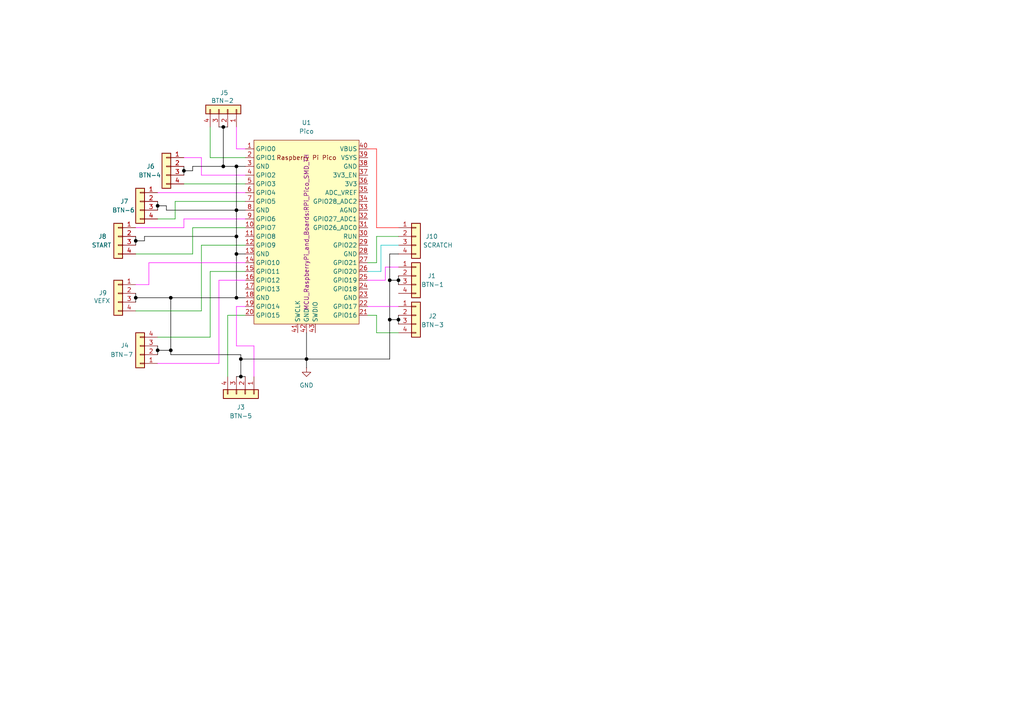
<source format=kicad_sch>
(kicad_sch
	(version 20231120)
	(generator "eeschema")
	(generator_version "8.0")
	(uuid "fe0d0d2c-9a30-4bd7-b52b-91ee27dcc9fd")
	(paper "A4")
	(lib_symbols
		(symbol "Connector_Generic:Conn_01x04"
			(pin_names
				(offset 1.016) hide)
			(exclude_from_sim no)
			(in_bom yes)
			(on_board yes)
			(property "Reference" "J"
				(at 0 5.08 0)
				(effects
					(font
						(size 1.27 1.27)
					)
				)
			)
			(property "Value" "Conn_01x04"
				(at 0 -7.62 0)
				(effects
					(font
						(size 1.27 1.27)
					)
				)
			)
			(property "Footprint" ""
				(at 0 0 0)
				(effects
					(font
						(size 1.27 1.27)
					)
					(hide yes)
				)
			)
			(property "Datasheet" "~"
				(at 0 0 0)
				(effects
					(font
						(size 1.27 1.27)
					)
					(hide yes)
				)
			)
			(property "Description" "Generic connector, single row, 01x04, script generated (kicad-library-utils/schlib/autogen/connector/)"
				(at 0 0 0)
				(effects
					(font
						(size 1.27 1.27)
					)
					(hide yes)
				)
			)
			(property "ki_keywords" "connector"
				(at 0 0 0)
				(effects
					(font
						(size 1.27 1.27)
					)
					(hide yes)
				)
			)
			(property "ki_fp_filters" "Connector*:*_1x??_*"
				(at 0 0 0)
				(effects
					(font
						(size 1.27 1.27)
					)
					(hide yes)
				)
			)
			(symbol "Conn_01x04_1_1"
				(rectangle
					(start -1.27 -4.953)
					(end 0 -5.207)
					(stroke
						(width 0.1524)
						(type default)
					)
					(fill
						(type none)
					)
				)
				(rectangle
					(start -1.27 -2.413)
					(end 0 -2.667)
					(stroke
						(width 0.1524)
						(type default)
					)
					(fill
						(type none)
					)
				)
				(rectangle
					(start -1.27 0.127)
					(end 0 -0.127)
					(stroke
						(width 0.1524)
						(type default)
					)
					(fill
						(type none)
					)
				)
				(rectangle
					(start -1.27 2.667)
					(end 0 2.413)
					(stroke
						(width 0.1524)
						(type default)
					)
					(fill
						(type none)
					)
				)
				(rectangle
					(start -1.27 3.81)
					(end 1.27 -6.35)
					(stroke
						(width 0.254)
						(type default)
					)
					(fill
						(type background)
					)
				)
				(pin passive line
					(at -5.08 2.54 0)
					(length 3.81)
					(name "Pin_1"
						(effects
							(font
								(size 1.27 1.27)
							)
						)
					)
					(number "1"
						(effects
							(font
								(size 1.27 1.27)
							)
						)
					)
				)
				(pin passive line
					(at -5.08 0 0)
					(length 3.81)
					(name "Pin_2"
						(effects
							(font
								(size 1.27 1.27)
							)
						)
					)
					(number "2"
						(effects
							(font
								(size 1.27 1.27)
							)
						)
					)
				)
				(pin passive line
					(at -5.08 -2.54 0)
					(length 3.81)
					(name "Pin_3"
						(effects
							(font
								(size 1.27 1.27)
							)
						)
					)
					(number "3"
						(effects
							(font
								(size 1.27 1.27)
							)
						)
					)
				)
				(pin passive line
					(at -5.08 -5.08 0)
					(length 3.81)
					(name "Pin_4"
						(effects
							(font
								(size 1.27 1.27)
							)
						)
					)
					(number "4"
						(effects
							(font
								(size 1.27 1.27)
							)
						)
					)
				)
			)
		)
		(symbol "MCU_RaspberryPi_and_Boards:Pico"
			(exclude_from_sim no)
			(in_bom yes)
			(on_board yes)
			(property "Reference" "U"
				(at -13.97 27.94 0)
				(effects
					(font
						(size 1.27 1.27)
					)
				)
			)
			(property "Value" "Pico"
				(at 0 19.05 0)
				(effects
					(font
						(size 1.27 1.27)
					)
				)
			)
			(property "Footprint" "RPi_Pico:RPi_Pico_SMD_TH"
				(at 0 0 90)
				(effects
					(font
						(size 1.27 1.27)
					)
					(hide yes)
				)
			)
			(property "Datasheet" ""
				(at 0 0 0)
				(effects
					(font
						(size 1.27 1.27)
					)
					(hide yes)
				)
			)
			(property "Description" ""
				(at 0 0 0)
				(effects
					(font
						(size 1.27 1.27)
					)
					(hide yes)
				)
			)
			(symbol "Pico_0_0"
				(text "Raspberry Pi Pico"
					(at 0 21.59 0)
					(effects
						(font
							(size 1.27 1.27)
						)
					)
				)
			)
			(symbol "Pico_0_1"
				(rectangle
					(start -15.24 26.67)
					(end 15.24 -26.67)
					(stroke
						(width 0)
						(type default)
					)
					(fill
						(type background)
					)
				)
			)
			(symbol "Pico_1_1"
				(pin bidirectional line
					(at -17.78 24.13 0)
					(length 2.54)
					(name "GPIO0"
						(effects
							(font
								(size 1.27 1.27)
							)
						)
					)
					(number "1"
						(effects
							(font
								(size 1.27 1.27)
							)
						)
					)
				)
				(pin bidirectional line
					(at -17.78 1.27 0)
					(length 2.54)
					(name "GPIO7"
						(effects
							(font
								(size 1.27 1.27)
							)
						)
					)
					(number "10"
						(effects
							(font
								(size 1.27 1.27)
							)
						)
					)
				)
				(pin bidirectional line
					(at -17.78 -1.27 0)
					(length 2.54)
					(name "GPIO8"
						(effects
							(font
								(size 1.27 1.27)
							)
						)
					)
					(number "11"
						(effects
							(font
								(size 1.27 1.27)
							)
						)
					)
				)
				(pin bidirectional line
					(at -17.78 -3.81 0)
					(length 2.54)
					(name "GPIO9"
						(effects
							(font
								(size 1.27 1.27)
							)
						)
					)
					(number "12"
						(effects
							(font
								(size 1.27 1.27)
							)
						)
					)
				)
				(pin power_in line
					(at -17.78 -6.35 0)
					(length 2.54)
					(name "GND"
						(effects
							(font
								(size 1.27 1.27)
							)
						)
					)
					(number "13"
						(effects
							(font
								(size 1.27 1.27)
							)
						)
					)
				)
				(pin bidirectional line
					(at -17.78 -8.89 0)
					(length 2.54)
					(name "GPIO10"
						(effects
							(font
								(size 1.27 1.27)
							)
						)
					)
					(number "14"
						(effects
							(font
								(size 1.27 1.27)
							)
						)
					)
				)
				(pin bidirectional line
					(at -17.78 -11.43 0)
					(length 2.54)
					(name "GPIO11"
						(effects
							(font
								(size 1.27 1.27)
							)
						)
					)
					(number "15"
						(effects
							(font
								(size 1.27 1.27)
							)
						)
					)
				)
				(pin bidirectional line
					(at -17.78 -13.97 0)
					(length 2.54)
					(name "GPIO12"
						(effects
							(font
								(size 1.27 1.27)
							)
						)
					)
					(number "16"
						(effects
							(font
								(size 1.27 1.27)
							)
						)
					)
				)
				(pin bidirectional line
					(at -17.78 -16.51 0)
					(length 2.54)
					(name "GPIO13"
						(effects
							(font
								(size 1.27 1.27)
							)
						)
					)
					(number "17"
						(effects
							(font
								(size 1.27 1.27)
							)
						)
					)
				)
				(pin power_in line
					(at -17.78 -19.05 0)
					(length 2.54)
					(name "GND"
						(effects
							(font
								(size 1.27 1.27)
							)
						)
					)
					(number "18"
						(effects
							(font
								(size 1.27 1.27)
							)
						)
					)
				)
				(pin bidirectional line
					(at -17.78 -21.59 0)
					(length 2.54)
					(name "GPIO14"
						(effects
							(font
								(size 1.27 1.27)
							)
						)
					)
					(number "19"
						(effects
							(font
								(size 1.27 1.27)
							)
						)
					)
				)
				(pin bidirectional line
					(at -17.78 21.59 0)
					(length 2.54)
					(name "GPIO1"
						(effects
							(font
								(size 1.27 1.27)
							)
						)
					)
					(number "2"
						(effects
							(font
								(size 1.27 1.27)
							)
						)
					)
				)
				(pin bidirectional line
					(at -17.78 -24.13 0)
					(length 2.54)
					(name "GPIO15"
						(effects
							(font
								(size 1.27 1.27)
							)
						)
					)
					(number "20"
						(effects
							(font
								(size 1.27 1.27)
							)
						)
					)
				)
				(pin bidirectional line
					(at 17.78 -24.13 180)
					(length 2.54)
					(name "GPIO16"
						(effects
							(font
								(size 1.27 1.27)
							)
						)
					)
					(number "21"
						(effects
							(font
								(size 1.27 1.27)
							)
						)
					)
				)
				(pin bidirectional line
					(at 17.78 -21.59 180)
					(length 2.54)
					(name "GPIO17"
						(effects
							(font
								(size 1.27 1.27)
							)
						)
					)
					(number "22"
						(effects
							(font
								(size 1.27 1.27)
							)
						)
					)
				)
				(pin power_in line
					(at 17.78 -19.05 180)
					(length 2.54)
					(name "GND"
						(effects
							(font
								(size 1.27 1.27)
							)
						)
					)
					(number "23"
						(effects
							(font
								(size 1.27 1.27)
							)
						)
					)
				)
				(pin bidirectional line
					(at 17.78 -16.51 180)
					(length 2.54)
					(name "GPIO18"
						(effects
							(font
								(size 1.27 1.27)
							)
						)
					)
					(number "24"
						(effects
							(font
								(size 1.27 1.27)
							)
						)
					)
				)
				(pin bidirectional line
					(at 17.78 -13.97 180)
					(length 2.54)
					(name "GPIO19"
						(effects
							(font
								(size 1.27 1.27)
							)
						)
					)
					(number "25"
						(effects
							(font
								(size 1.27 1.27)
							)
						)
					)
				)
				(pin bidirectional line
					(at 17.78 -11.43 180)
					(length 2.54)
					(name "GPIO20"
						(effects
							(font
								(size 1.27 1.27)
							)
						)
					)
					(number "26"
						(effects
							(font
								(size 1.27 1.27)
							)
						)
					)
				)
				(pin bidirectional line
					(at 17.78 -8.89 180)
					(length 2.54)
					(name "GPIO21"
						(effects
							(font
								(size 1.27 1.27)
							)
						)
					)
					(number "27"
						(effects
							(font
								(size 1.27 1.27)
							)
						)
					)
				)
				(pin power_in line
					(at 17.78 -6.35 180)
					(length 2.54)
					(name "GND"
						(effects
							(font
								(size 1.27 1.27)
							)
						)
					)
					(number "28"
						(effects
							(font
								(size 1.27 1.27)
							)
						)
					)
				)
				(pin bidirectional line
					(at 17.78 -3.81 180)
					(length 2.54)
					(name "GPIO22"
						(effects
							(font
								(size 1.27 1.27)
							)
						)
					)
					(number "29"
						(effects
							(font
								(size 1.27 1.27)
							)
						)
					)
				)
				(pin power_in line
					(at -17.78 19.05 0)
					(length 2.54)
					(name "GND"
						(effects
							(font
								(size 1.27 1.27)
							)
						)
					)
					(number "3"
						(effects
							(font
								(size 1.27 1.27)
							)
						)
					)
				)
				(pin input line
					(at 17.78 -1.27 180)
					(length 2.54)
					(name "RUN"
						(effects
							(font
								(size 1.27 1.27)
							)
						)
					)
					(number "30"
						(effects
							(font
								(size 1.27 1.27)
							)
						)
					)
				)
				(pin bidirectional line
					(at 17.78 1.27 180)
					(length 2.54)
					(name "GPIO26_ADC0"
						(effects
							(font
								(size 1.27 1.27)
							)
						)
					)
					(number "31"
						(effects
							(font
								(size 1.27 1.27)
							)
						)
					)
				)
				(pin bidirectional line
					(at 17.78 3.81 180)
					(length 2.54)
					(name "GPIO27_ADC1"
						(effects
							(font
								(size 1.27 1.27)
							)
						)
					)
					(number "32"
						(effects
							(font
								(size 1.27 1.27)
							)
						)
					)
				)
				(pin power_in line
					(at 17.78 6.35 180)
					(length 2.54)
					(name "AGND"
						(effects
							(font
								(size 1.27 1.27)
							)
						)
					)
					(number "33"
						(effects
							(font
								(size 1.27 1.27)
							)
						)
					)
				)
				(pin bidirectional line
					(at 17.78 8.89 180)
					(length 2.54)
					(name "GPIO28_ADC2"
						(effects
							(font
								(size 1.27 1.27)
							)
						)
					)
					(number "34"
						(effects
							(font
								(size 1.27 1.27)
							)
						)
					)
				)
				(pin power_in line
					(at 17.78 11.43 180)
					(length 2.54)
					(name "ADC_VREF"
						(effects
							(font
								(size 1.27 1.27)
							)
						)
					)
					(number "35"
						(effects
							(font
								(size 1.27 1.27)
							)
						)
					)
				)
				(pin power_in line
					(at 17.78 13.97 180)
					(length 2.54)
					(name "3V3"
						(effects
							(font
								(size 1.27 1.27)
							)
						)
					)
					(number "36"
						(effects
							(font
								(size 1.27 1.27)
							)
						)
					)
				)
				(pin input line
					(at 17.78 16.51 180)
					(length 2.54)
					(name "3V3_EN"
						(effects
							(font
								(size 1.27 1.27)
							)
						)
					)
					(number "37"
						(effects
							(font
								(size 1.27 1.27)
							)
						)
					)
				)
				(pin bidirectional line
					(at 17.78 19.05 180)
					(length 2.54)
					(name "GND"
						(effects
							(font
								(size 1.27 1.27)
							)
						)
					)
					(number "38"
						(effects
							(font
								(size 1.27 1.27)
							)
						)
					)
				)
				(pin power_in line
					(at 17.78 21.59 180)
					(length 2.54)
					(name "VSYS"
						(effects
							(font
								(size 1.27 1.27)
							)
						)
					)
					(number "39"
						(effects
							(font
								(size 1.27 1.27)
							)
						)
					)
				)
				(pin bidirectional line
					(at -17.78 16.51 0)
					(length 2.54)
					(name "GPIO2"
						(effects
							(font
								(size 1.27 1.27)
							)
						)
					)
					(number "4"
						(effects
							(font
								(size 1.27 1.27)
							)
						)
					)
				)
				(pin power_in line
					(at 17.78 24.13 180)
					(length 2.54)
					(name "VBUS"
						(effects
							(font
								(size 1.27 1.27)
							)
						)
					)
					(number "40"
						(effects
							(font
								(size 1.27 1.27)
							)
						)
					)
				)
				(pin input line
					(at -2.54 -29.21 90)
					(length 2.54)
					(name "SWCLK"
						(effects
							(font
								(size 1.27 1.27)
							)
						)
					)
					(number "41"
						(effects
							(font
								(size 1.27 1.27)
							)
						)
					)
				)
				(pin power_in line
					(at 0 -29.21 90)
					(length 2.54)
					(name "GND"
						(effects
							(font
								(size 1.27 1.27)
							)
						)
					)
					(number "42"
						(effects
							(font
								(size 1.27 1.27)
							)
						)
					)
				)
				(pin bidirectional line
					(at 2.54 -29.21 90)
					(length 2.54)
					(name "SWDIO"
						(effects
							(font
								(size 1.27 1.27)
							)
						)
					)
					(number "43"
						(effects
							(font
								(size 1.27 1.27)
							)
						)
					)
				)
				(pin bidirectional line
					(at -17.78 13.97 0)
					(length 2.54)
					(name "GPIO3"
						(effects
							(font
								(size 1.27 1.27)
							)
						)
					)
					(number "5"
						(effects
							(font
								(size 1.27 1.27)
							)
						)
					)
				)
				(pin bidirectional line
					(at -17.78 11.43 0)
					(length 2.54)
					(name "GPIO4"
						(effects
							(font
								(size 1.27 1.27)
							)
						)
					)
					(number "6"
						(effects
							(font
								(size 1.27 1.27)
							)
						)
					)
				)
				(pin bidirectional line
					(at -17.78 8.89 0)
					(length 2.54)
					(name "GPIO5"
						(effects
							(font
								(size 1.27 1.27)
							)
						)
					)
					(number "7"
						(effects
							(font
								(size 1.27 1.27)
							)
						)
					)
				)
				(pin power_in line
					(at -17.78 6.35 0)
					(length 2.54)
					(name "GND"
						(effects
							(font
								(size 1.27 1.27)
							)
						)
					)
					(number "8"
						(effects
							(font
								(size 1.27 1.27)
							)
						)
					)
				)
				(pin bidirectional line
					(at -17.78 3.81 0)
					(length 2.54)
					(name "GPIO6"
						(effects
							(font
								(size 1.27 1.27)
							)
						)
					)
					(number "9"
						(effects
							(font
								(size 1.27 1.27)
							)
						)
					)
				)
			)
		)
		(symbol "power:GND"
			(power)
			(pin_numbers hide)
			(pin_names
				(offset 0) hide)
			(exclude_from_sim no)
			(in_bom yes)
			(on_board yes)
			(property "Reference" "#PWR"
				(at 0 -6.35 0)
				(effects
					(font
						(size 1.27 1.27)
					)
					(hide yes)
				)
			)
			(property "Value" "GND"
				(at 0 -3.81 0)
				(effects
					(font
						(size 1.27 1.27)
					)
				)
			)
			(property "Footprint" ""
				(at 0 0 0)
				(effects
					(font
						(size 1.27 1.27)
					)
					(hide yes)
				)
			)
			(property "Datasheet" ""
				(at 0 0 0)
				(effects
					(font
						(size 1.27 1.27)
					)
					(hide yes)
				)
			)
			(property "Description" "Power symbol creates a global label with name \"GND\" , ground"
				(at 0 0 0)
				(effects
					(font
						(size 1.27 1.27)
					)
					(hide yes)
				)
			)
			(property "ki_keywords" "global power"
				(at 0 0 0)
				(effects
					(font
						(size 1.27 1.27)
					)
					(hide yes)
				)
			)
			(symbol "GND_0_1"
				(polyline
					(pts
						(xy 0 0) (xy 0 -1.27) (xy 1.27 -1.27) (xy 0 -2.54) (xy -1.27 -1.27) (xy 0 -1.27)
					)
					(stroke
						(width 0)
						(type default)
					)
					(fill
						(type none)
					)
				)
			)
			(symbol "GND_1_1"
				(pin power_in line
					(at 0 0 270)
					(length 0)
					(name "~"
						(effects
							(font
								(size 1.27 1.27)
							)
						)
					)
					(number "1"
						(effects
							(font
								(size 1.27 1.27)
							)
						)
					)
				)
			)
		)
	)
	(junction
		(at 45.72 101.6)
		(diameter 0)
		(color 0 0 0 1)
		(uuid "04cd4258-6f5a-4a86-9fc6-ba61b1a9e94e")
	)
	(junction
		(at 68.58 60.96)
		(diameter 0)
		(color 0 0 0 1)
		(uuid "052c5320-4431-4114-8eb4-7c636e098dea")
	)
	(junction
		(at 115.57 92.71)
		(diameter 0)
		(color 0 0 0 1)
		(uuid "05d77b6f-65ce-4bd0-a7ff-1a77d2cd2d1c")
	)
	(junction
		(at 69.85 109.22)
		(diameter 0)
		(color 0 0 0 1)
		(uuid "1600de22-32be-4ab5-8e75-57bdbf0d4aac")
	)
	(junction
		(at 39.37 69.85)
		(diameter 0)
		(color 0 0 0 1)
		(uuid "3b19b0bf-149d-40ab-a638-19e14c23604c")
	)
	(junction
		(at 88.9 104.14)
		(diameter 0)
		(color 0 0 0 1)
		(uuid "3b275c03-0637-4a2c-937f-885a20415171")
	)
	(junction
		(at 115.57 81.28)
		(diameter 0)
		(color 0 0 0 1)
		(uuid "49abd584-5a1c-45af-a8a8-727e81af1b38")
	)
	(junction
		(at 68.58 86.36)
		(diameter 0)
		(color 0 0 0 1)
		(uuid "4bcad2b5-7036-4141-9c81-ba15f67ebff4")
	)
	(junction
		(at 45.72 59.69)
		(diameter 0)
		(color 0 0 0 1)
		(uuid "86d1f633-e2fd-4146-8d61-01edb47f8075")
	)
	(junction
		(at 64.77 48.26)
		(diameter 0)
		(color 0 0 0 1)
		(uuid "908f634c-0b81-4395-8690-a222aa57fd58")
	)
	(junction
		(at 49.53 86.36)
		(diameter 0)
		(color 0 0 0 1)
		(uuid "924d3c96-6149-49a3-b658-8312ef55bf02")
	)
	(junction
		(at 113.03 81.28)
		(diameter 0)
		(color 0 0 0 1)
		(uuid "a40eb507-a20f-4fde-a859-53342e3a8884")
	)
	(junction
		(at 64.77 36.83)
		(diameter 0)
		(color 0 0 0 1)
		(uuid "a44ee09c-9caa-48e0-8568-035cc0b6f37c")
	)
	(junction
		(at 39.37 86.36)
		(diameter 0)
		(color 0 0 0 1)
		(uuid "c4a39bf6-21e1-4a13-a866-a64f60a8b94b")
	)
	(junction
		(at 68.58 68.58)
		(diameter 0)
		(color 0 0 0 1)
		(uuid "ca0f14b6-a463-4d2d-be6f-8290103b2a6a")
	)
	(junction
		(at 68.58 48.26)
		(diameter 0)
		(color 0 0 0 1)
		(uuid "d04baf3e-8d58-48b4-b251-a100941d75ce")
	)
	(junction
		(at 69.85 104.14)
		(diameter 0)
		(color 0 0 0 1)
		(uuid "d21e25d4-3c2b-49c4-8b5b-0924938a93a1")
	)
	(junction
		(at 53.34 49.53)
		(diameter 0)
		(color 0 0 0 1)
		(uuid "dd4637c4-afa7-408e-85b4-f00041cbb6ce")
	)
	(junction
		(at 68.58 73.66)
		(diameter 0)
		(color 0 0 0 1)
		(uuid "f7427263-15c3-47b8-9eb2-5fff60bb53a7")
	)
	(junction
		(at 113.03 92.71)
		(diameter 0)
		(color 0 0 0 1)
		(uuid "fc15980c-11dc-4690-bd30-c010ea6a8abb")
	)
	(junction
		(at 49.53 101.6)
		(diameter 0)
		(color 0 0 0 1)
		(uuid "fcc53d19-2909-4530-bef8-0d0232761b02")
	)
	(wire
		(pts
			(xy 58.42 50.8) (xy 71.12 50.8)
		)
		(stroke
			(width 0)
			(type default)
			(color 255 0 255 1)
		)
		(uuid "007c472a-a72f-46d7-bcc5-8f76e1b63b9d")
	)
	(wire
		(pts
			(xy 68.58 48.26) (xy 68.58 60.96)
		)
		(stroke
			(width 0)
			(type default)
			(color 0 0 0 1)
		)
		(uuid "02710b34-c3d8-49e8-b8ee-832d256fe08f")
	)
	(wire
		(pts
			(xy 68.58 68.58) (xy 41.91 68.58)
		)
		(stroke
			(width 0)
			(type default)
			(color 0 0 0 1)
		)
		(uuid "02bbe750-7454-4c96-af22-872f6f15dc74")
	)
	(wire
		(pts
			(xy 53.34 53.34) (xy 71.12 53.34)
		)
		(stroke
			(width 0)
			(type default)
		)
		(uuid "060767d6-a683-4392-80a4-a6e4bb2db144")
	)
	(wire
		(pts
			(xy 69.85 104.14) (xy 88.9 104.14)
		)
		(stroke
			(width 0)
			(type default)
			(color 0 0 0 1)
		)
		(uuid "07549071-6eac-4459-bdbe-37d9d7d86085")
	)
	(wire
		(pts
			(xy 71.12 88.9) (xy 68.58 88.9)
		)
		(stroke
			(width 0)
			(type default)
			(color 255 0 255 1)
		)
		(uuid "0cfc68b0-5ca5-4105-bc95-fe93b97b32a1")
	)
	(wire
		(pts
			(xy 41.91 69.85) (xy 39.37 69.85)
		)
		(stroke
			(width 0)
			(type default)
			(color 0 0 0 1)
		)
		(uuid "0daa521c-5e3a-4399-b958-789b1d816376")
	)
	(wire
		(pts
			(xy 115.57 81.28) (xy 115.57 82.55)
		)
		(stroke
			(width 0)
			(type default)
			(color 0 0 0 1)
		)
		(uuid "0eba8aae-87fc-488a-add2-90550fa2109c")
	)
	(wire
		(pts
			(xy 45.72 59.69) (xy 48.26 59.69)
		)
		(stroke
			(width 0)
			(type default)
			(color 0 0 0 1)
		)
		(uuid "107eb3bc-747d-475d-bfc1-e8e69799c04e")
	)
	(wire
		(pts
			(xy 39.37 86.36) (xy 49.53 86.36)
		)
		(stroke
			(width 0)
			(type default)
			(color 0 0 0 1)
		)
		(uuid "1112e569-7be8-464e-b29d-49cf986a0f14")
	)
	(wire
		(pts
			(xy 68.58 36.83) (xy 68.58 43.18)
		)
		(stroke
			(width 0)
			(type default)
			(color 255 0 255 1)
		)
		(uuid "11142db3-1f90-4049-a664-aeebad6d147c")
	)
	(wire
		(pts
			(xy 63.5 36.83) (xy 64.77 36.83)
		)
		(stroke
			(width 0)
			(type default)
			(color 0 0 0 1)
		)
		(uuid "117cb764-eb22-491e-bc07-284f0e6680cc")
	)
	(wire
		(pts
			(xy 60.96 36.83) (xy 60.96 45.72)
		)
		(stroke
			(width 0)
			(type default)
		)
		(uuid "141352c4-8f4c-49a7-a122-20304a11ccf4")
	)
	(wire
		(pts
			(xy 109.22 43.18) (xy 106.68 43.18)
		)
		(stroke
			(width 0)
			(type default)
			(color 255 0 0 1)
		)
		(uuid "1616e041-c419-427d-94c3-2e323667238e")
	)
	(wire
		(pts
			(xy 66.04 91.44) (xy 71.12 91.44)
		)
		(stroke
			(width 0)
			(type default)
		)
		(uuid "17a7388b-0df6-4b90-8e23-7cfd853c31dd")
	)
	(wire
		(pts
			(xy 71.12 78.74) (xy 60.96 78.74)
		)
		(stroke
			(width 0)
			(type default)
		)
		(uuid "1c812fe5-c678-462a-9222-34152a523e3f")
	)
	(wire
		(pts
			(xy 43.18 82.55) (xy 43.18 76.2)
		)
		(stroke
			(width 0)
			(type default)
			(color 255 0 255 1)
		)
		(uuid "22c696c9-c9b6-4cbe-a3a4-71f3a82498df")
	)
	(wire
		(pts
			(xy 69.85 109.22) (xy 71.12 109.22)
		)
		(stroke
			(width 0)
			(type default)
			(color 0 0 0 1)
		)
		(uuid "233313c6-4fef-4892-a85f-5c62eb25ce55")
	)
	(wire
		(pts
			(xy 60.96 97.79) (xy 45.72 97.79)
		)
		(stroke
			(width 0)
			(type default)
		)
		(uuid "236e0754-5d3f-42d7-9566-c38ee32f2678")
	)
	(wire
		(pts
			(xy 111.76 81.28) (xy 106.68 81.28)
		)
		(stroke
			(width 0)
			(type default)
			(color 255 0 255 1)
		)
		(uuid "239a4411-b0a2-4c95-9014-ad2f428ee1a8")
	)
	(wire
		(pts
			(xy 113.03 81.28) (xy 115.57 81.28)
		)
		(stroke
			(width 0)
			(type default)
			(color 0 0 0 1)
		)
		(uuid "242c5dd1-2623-473e-b765-30f32e04c510")
	)
	(wire
		(pts
			(xy 106.68 78.74) (xy 110.49 78.74)
		)
		(stroke
			(width 0)
			(type default)
			(color 0 194 194 1)
		)
		(uuid "2b694c5a-719b-4142-922b-f93235e80aa9")
	)
	(wire
		(pts
			(xy 109.22 91.44) (xy 109.22 96.52)
		)
		(stroke
			(width 0)
			(type default)
		)
		(uuid "2e09a8bf-83fb-453a-ad6a-d0faac76e7ea")
	)
	(wire
		(pts
			(xy 64.77 36.83) (xy 64.77 48.26)
		)
		(stroke
			(width 0)
			(type default)
			(color 0 0 0 1)
		)
		(uuid "3112d2de-8eaa-4942-bf95-b909468ded26")
	)
	(wire
		(pts
			(xy 64.77 48.26) (xy 68.58 48.26)
		)
		(stroke
			(width 0)
			(type default)
			(color 0 0 0 1)
		)
		(uuid "334520bb-51ad-459c-b22a-af0bf74ca6c7")
	)
	(wire
		(pts
			(xy 50.8 63.5) (xy 45.72 63.5)
		)
		(stroke
			(width 0)
			(type default)
		)
		(uuid "3370400d-aafc-4239-8fbb-2b46d306952d")
	)
	(wire
		(pts
			(xy 39.37 86.36) (xy 39.37 87.63)
		)
		(stroke
			(width 0)
			(type default)
			(color 0 0 0 1)
		)
		(uuid "344bc2ab-83a3-44dd-8d77-4b47382d2ad5")
	)
	(wire
		(pts
			(xy 71.12 81.28) (xy 63.5 81.28)
		)
		(stroke
			(width 0)
			(type default)
			(color 255 0 255 1)
		)
		(uuid "36fb6e75-37ab-4fd5-8e38-25ae0ded44f2")
	)
	(wire
		(pts
			(xy 39.37 66.04) (xy 53.34 66.04)
		)
		(stroke
			(width 0)
			(type default)
			(color 255 0 255 1)
		)
		(uuid "3a8841e6-3c75-4b23-8707-227603f14759")
	)
	(wire
		(pts
			(xy 115.57 88.9) (xy 106.68 88.9)
		)
		(stroke
			(width 0)
			(type default)
			(color 255 0 255 1)
		)
		(uuid "3b7337b7-5a80-497a-8091-ed4314858306")
	)
	(wire
		(pts
			(xy 55.88 73.66) (xy 55.88 66.04)
		)
		(stroke
			(width 0)
			(type default)
		)
		(uuid "3c549be2-6e80-4bee-9424-6f449e118e7b")
	)
	(wire
		(pts
			(xy 68.58 86.36) (xy 49.53 86.36)
		)
		(stroke
			(width 0)
			(type default)
			(color 0 0 0 1)
		)
		(uuid "40be66ad-7f22-4981-abd4-fd890400d033")
	)
	(wire
		(pts
			(xy 45.72 59.69) (xy 45.72 60.96)
		)
		(stroke
			(width 0)
			(type default)
			(color 0 0 0 1)
		)
		(uuid "413c6802-83a0-45d9-b481-afe70fd54364")
	)
	(wire
		(pts
			(xy 115.57 91.44) (xy 115.57 92.71)
		)
		(stroke
			(width 0)
			(type default)
			(color 0 0 0 1)
		)
		(uuid "439df1be-adbf-4469-a8cb-35544a72e76d")
	)
	(wire
		(pts
			(xy 39.37 68.58) (xy 39.37 69.85)
		)
		(stroke
			(width 0)
			(type default)
			(color 0 0 0 1)
		)
		(uuid "439f5212-4fcc-4492-8247-16c76e411463")
	)
	(wire
		(pts
			(xy 68.58 60.96) (xy 68.58 68.58)
		)
		(stroke
			(width 0)
			(type default)
			(color 0 0 0 1)
		)
		(uuid "4431879c-3680-47f0-8856-f2609ca293c9")
	)
	(wire
		(pts
			(xy 88.9 104.14) (xy 113.03 104.14)
		)
		(stroke
			(width 0)
			(type default)
			(color 0 0 0 1)
		)
		(uuid "4492de21-86b7-4f9d-b4b7-9913c402f842")
	)
	(wire
		(pts
			(xy 39.37 90.17) (xy 58.42 90.17)
		)
		(stroke
			(width 0)
			(type default)
		)
		(uuid "4cf93d5a-8a48-4aa1-aecd-ecbc03bb2c9d")
	)
	(wire
		(pts
			(xy 115.57 68.58) (xy 109.22 68.58)
		)
		(stroke
			(width 0)
			(type default)
		)
		(uuid "4de04133-8b15-447e-9515-823b90a8cdd6")
	)
	(wire
		(pts
			(xy 106.68 76.2) (xy 109.22 76.2)
		)
		(stroke
			(width 0)
			(type default)
		)
		(uuid "50186841-98e8-495a-aa22-9847b72187f3")
	)
	(wire
		(pts
			(xy 71.12 48.26) (xy 68.58 48.26)
		)
		(stroke
			(width 0)
			(type default)
			(color 0 0 0 1)
		)
		(uuid "573f1ef0-046c-4cd0-9c80-98de756c20a4")
	)
	(wire
		(pts
			(xy 48.26 60.96) (xy 68.58 60.96)
		)
		(stroke
			(width 0)
			(type default)
			(color 0 0 0 1)
		)
		(uuid "5ab8800a-1105-46a5-b0ab-d2aeb35df927")
	)
	(wire
		(pts
			(xy 68.58 86.36) (xy 71.12 86.36)
		)
		(stroke
			(width 0)
			(type default)
			(color 0 0 0 1)
		)
		(uuid "5adad341-f35b-4cb3-9eb0-a2e58a1156f1")
	)
	(wire
		(pts
			(xy 58.42 90.17) (xy 58.42 71.12)
		)
		(stroke
			(width 0)
			(type default)
		)
		(uuid "5c8ebb6d-244a-4b14-b7fb-40b6fca983be")
	)
	(wire
		(pts
			(xy 113.03 92.71) (xy 113.03 104.14)
		)
		(stroke
			(width 0)
			(type default)
			(color 0 0 0 1)
		)
		(uuid "60979fcb-681b-4698-98d7-ce4208945df7")
	)
	(wire
		(pts
			(xy 53.34 45.72) (xy 58.42 45.72)
		)
		(stroke
			(width 0)
			(type default)
			(color 255 0 255 1)
		)
		(uuid "6188105a-22c9-4d61-b1e3-5c08b66f3be9")
	)
	(wire
		(pts
			(xy 58.42 71.12) (xy 71.12 71.12)
		)
		(stroke
			(width 0)
			(type default)
		)
		(uuid "642ce108-d1fc-4878-a5a0-5bf79333c7ef")
	)
	(wire
		(pts
			(xy 53.34 48.26) (xy 53.34 49.53)
		)
		(stroke
			(width 0)
			(type default)
			(color 0 0 0 1)
		)
		(uuid "64d3611b-4321-40cf-b949-04ee19e72929")
	)
	(wire
		(pts
			(xy 45.72 58.42) (xy 45.72 59.69)
		)
		(stroke
			(width 0)
			(type default)
			(color 0 0 0 1)
		)
		(uuid "689ed2db-996d-4cbe-9db2-66c64ca79e94")
	)
	(wire
		(pts
			(xy 45.72 100.33) (xy 45.72 101.6)
		)
		(stroke
			(width 0)
			(type default)
			(color 0 0 0 1)
		)
		(uuid "692db99c-e933-4030-b3ef-75fbff5afb20")
	)
	(wire
		(pts
			(xy 110.49 71.12) (xy 110.49 78.74)
		)
		(stroke
			(width 0)
			(type default)
			(color 0 194 194 1)
		)
		(uuid "6c5fb429-5448-4ea0-b3f4-8eb3c046c9c5")
	)
	(wire
		(pts
			(xy 109.22 66.04) (xy 115.57 66.04)
		)
		(stroke
			(width 0)
			(type default)
			(color 255 0 0 1)
		)
		(uuid "6d100cc2-a3e4-4902-9597-ea3f263da4ca")
	)
	(wire
		(pts
			(xy 63.5 105.41) (xy 45.72 105.41)
		)
		(stroke
			(width 0)
			(type default)
			(color 255 0 255 1)
		)
		(uuid "6ff33ea3-c102-4e0f-ae49-c0557a266d88")
	)
	(wire
		(pts
			(xy 88.9 96.52) (xy 88.9 104.14)
		)
		(stroke
			(width 0)
			(type default)
			(color 0 0 0 1)
		)
		(uuid "71147229-369d-436a-98e4-5dbb3a5e5906")
	)
	(wire
		(pts
			(xy 68.58 109.22) (xy 69.85 109.22)
		)
		(stroke
			(width 0)
			(type default)
			(color 0 0 0 1)
		)
		(uuid "728f7e7a-83d7-4348-b144-22b3b7aa207d")
	)
	(wire
		(pts
			(xy 39.37 85.09) (xy 39.37 86.36)
		)
		(stroke
			(width 0)
			(type default)
			(color 0 0 0 1)
		)
		(uuid "730d2c80-9309-4f97-a4e4-ff71a63e5949")
	)
	(wire
		(pts
			(xy 43.18 76.2) (xy 71.12 76.2)
		)
		(stroke
			(width 0)
			(type default)
			(color 255 0 255 1)
		)
		(uuid "78913f79-3c2c-49b0-95d4-e1dea7ea13c2")
	)
	(wire
		(pts
			(xy 53.34 49.53) (xy 53.34 50.8)
		)
		(stroke
			(width 0)
			(type default)
			(color 0 0 0 1)
		)
		(uuid "793ce7bd-27be-46db-a5f4-2da8f7838d92")
	)
	(wire
		(pts
			(xy 39.37 73.66) (xy 55.88 73.66)
		)
		(stroke
			(width 0)
			(type default)
		)
		(uuid "7a1093b4-39af-4000-b26b-2f5ab485c00f")
	)
	(wire
		(pts
			(xy 68.58 43.18) (xy 71.12 43.18)
		)
		(stroke
			(width 0)
			(type default)
			(color 255 0 255 1)
		)
		(uuid "7c0b0a16-e13f-4292-b357-272b6ec38edf")
	)
	(wire
		(pts
			(xy 68.58 68.58) (xy 68.58 73.66)
		)
		(stroke
			(width 0)
			(type default)
			(color 0 0 0 1)
		)
		(uuid "7e18d495-8e2d-46ed-a5af-9ab9f12aebd6")
	)
	(wire
		(pts
			(xy 113.03 92.71) (xy 115.57 92.71)
		)
		(stroke
			(width 0)
			(type default)
			(color 0 0 0 1)
		)
		(uuid "81354c97-29a0-4505-a728-ffe6ec168e00")
	)
	(wire
		(pts
			(xy 73.66 109.22) (xy 73.66 100.33)
		)
		(stroke
			(width 0)
			(type default)
			(color 255 0 255 1)
		)
		(uuid "827057d7-0e23-43b8-810a-5247f0baf9c3")
	)
	(wire
		(pts
			(xy 68.58 73.66) (xy 68.58 86.36)
		)
		(stroke
			(width 0)
			(type default)
			(color 0 0 0 1)
		)
		(uuid "8906468d-4f21-4dde-82aa-cf3b31de2ff6")
	)
	(wire
		(pts
			(xy 69.85 109.22) (xy 69.85 104.14)
		)
		(stroke
			(width 0)
			(type default)
			(color 0 0 0 1)
		)
		(uuid "8d296ea2-2d0d-4de0-8207-c9a76c918888")
	)
	(wire
		(pts
			(xy 109.22 96.52) (xy 115.57 96.52)
		)
		(stroke
			(width 0)
			(type default)
		)
		(uuid "8dabc8c3-6b60-4df0-bb52-629737fc0de1")
	)
	(wire
		(pts
			(xy 49.53 102.87) (xy 49.53 101.6)
		)
		(stroke
			(width 0)
			(type default)
			(color 0 0 0 1)
		)
		(uuid "8ea3e0f6-1e30-4d01-ab6b-b7f0d9729c28")
	)
	(wire
		(pts
			(xy 39.37 82.55) (xy 43.18 82.55)
		)
		(stroke
			(width 0)
			(type default)
			(color 255 0 255 1)
		)
		(uuid "8ee01fed-3f44-4374-af02-b19573141849")
	)
	(wire
		(pts
			(xy 68.58 60.96) (xy 71.12 60.96)
		)
		(stroke
			(width 0)
			(type default)
			(color 0 0 0 1)
		)
		(uuid "9015d0cc-3c7d-4503-8589-2dc13a348628")
	)
	(wire
		(pts
			(xy 113.03 81.28) (xy 113.03 92.71)
		)
		(stroke
			(width 0)
			(type default)
			(color 0 0 0 1)
		)
		(uuid "92f13440-9447-4871-a3e2-8acfcd170e27")
	)
	(wire
		(pts
			(xy 73.66 100.33) (xy 68.58 100.33)
		)
		(stroke
			(width 0)
			(type default)
			(color 255 0 255 1)
		)
		(uuid "9452b50a-25d2-4e76-8bea-216633c45453")
	)
	(wire
		(pts
			(xy 45.72 101.6) (xy 45.72 102.87)
		)
		(stroke
			(width 0)
			(type default)
			(color 0 0 0 1)
		)
		(uuid "96a55c8e-dac4-4375-9080-a90dd64f40a5")
	)
	(wire
		(pts
			(xy 111.76 77.47) (xy 111.76 81.28)
		)
		(stroke
			(width 0)
			(type default)
			(color 255 0 255 1)
		)
		(uuid "9dc3b8fd-6262-461a-9871-eac6ef71ba30")
	)
	(wire
		(pts
			(xy 106.68 91.44) (xy 109.22 91.44)
		)
		(stroke
			(width 0)
			(type default)
		)
		(uuid "9ffca22d-e964-4d0a-8eb3-f27a56033da7")
	)
	(wire
		(pts
			(xy 48.26 59.69) (xy 48.26 60.96)
		)
		(stroke
			(width 0)
			(type default)
			(color 0 0 0 1)
		)
		(uuid "a0758fef-d558-4818-b8be-19483e4d73ae")
	)
	(wire
		(pts
			(xy 64.77 36.83) (xy 66.04 36.83)
		)
		(stroke
			(width 0)
			(type default)
			(color 0 0 0 1)
		)
		(uuid "a2d710c5-636f-4410-85bb-d9215027683c")
	)
	(wire
		(pts
			(xy 110.49 71.12) (xy 115.57 71.12)
		)
		(stroke
			(width 0)
			(type default)
			(color 0 194 194 1)
		)
		(uuid "a5f7421b-cf54-4700-9499-90e8ca12721f")
	)
	(wire
		(pts
			(xy 64.77 48.26) (xy 55.88 48.26)
		)
		(stroke
			(width 0)
			(type default)
			(color 0 0 0 1)
		)
		(uuid "a684feb6-66e2-46d6-bae3-b1d2f4b78dc4")
	)
	(wire
		(pts
			(xy 115.57 80.01) (xy 115.57 81.28)
		)
		(stroke
			(width 0)
			(type default)
			(color 0 0 0 1)
		)
		(uuid "b4660b34-05b7-43b0-8624-2fd4277a65d5")
	)
	(wire
		(pts
			(xy 55.88 66.04) (xy 71.12 66.04)
		)
		(stroke
			(width 0)
			(type default)
		)
		(uuid "b9cf074e-6f60-4908-8ea8-5f40a4b05a56")
	)
	(wire
		(pts
			(xy 69.85 104.14) (xy 69.85 102.87)
		)
		(stroke
			(width 0)
			(type default)
			(color 0 0 0 1)
		)
		(uuid "ba8e07a8-a3ee-4ee1-8011-55a21c76d4e4")
	)
	(wire
		(pts
			(xy 50.8 58.42) (xy 71.12 58.42)
		)
		(stroke
			(width 0)
			(type default)
		)
		(uuid "bae16dff-9a3f-4a68-8e7d-3e3473b9f540")
	)
	(wire
		(pts
			(xy 109.22 66.04) (xy 109.22 43.18)
		)
		(stroke
			(width 0)
			(type default)
			(color 255 0 0 1)
		)
		(uuid "bc0907a7-eeb2-4682-a638-0a53f4ac48f8")
	)
	(wire
		(pts
			(xy 109.22 68.58) (xy 109.22 76.2)
		)
		(stroke
			(width 0)
			(type default)
		)
		(uuid "c5507328-6fd4-4edc-8005-fcc8d9eeaa3a")
	)
	(wire
		(pts
			(xy 63.5 81.28) (xy 63.5 105.41)
		)
		(stroke
			(width 0)
			(type default)
			(color 255 0 255 1)
		)
		(uuid "c5ae22db-4f8b-4d9b-87cb-b200f8bcc524")
	)
	(wire
		(pts
			(xy 113.03 73.66) (xy 115.57 73.66)
		)
		(stroke
			(width 0)
			(type default)
			(color 0 0 0 1)
		)
		(uuid "c7b3128b-5420-4d01-937b-a19b52a8b96a")
	)
	(wire
		(pts
			(xy 55.88 48.26) (xy 55.88 49.53)
		)
		(stroke
			(width 0)
			(type default)
			(color 0 0 0 1)
		)
		(uuid "c8f6ffdb-cc22-40b2-bed4-83e3bcecef6e")
	)
	(wire
		(pts
			(xy 53.34 63.5) (xy 71.12 63.5)
		)
		(stroke
			(width 0)
			(type default)
			(color 255 0 255 1)
		)
		(uuid "cb05e7f9-f5fd-48a8-b16d-7830937cb205")
	)
	(wire
		(pts
			(xy 113.03 73.66) (xy 113.03 81.28)
		)
		(stroke
			(width 0)
			(type default)
			(color 0 0 0 1)
		)
		(uuid "d17d7a83-5d5a-48a9-ba9a-3094427d0761")
	)
	(wire
		(pts
			(xy 115.57 77.47) (xy 111.76 77.47)
		)
		(stroke
			(width 0)
			(type default)
			(color 255 0 255 1)
		)
		(uuid "d39f1da2-462f-4554-a789-6178be806ba2")
	)
	(wire
		(pts
			(xy 39.37 69.85) (xy 39.37 71.12)
		)
		(stroke
			(width 0)
			(type default)
			(color 0 0 0 1)
		)
		(uuid "d6510f7f-767f-40b2-9f8a-3bc1de7af108")
	)
	(wire
		(pts
			(xy 50.8 58.42) (xy 50.8 63.5)
		)
		(stroke
			(width 0)
			(type default)
		)
		(uuid "d6e9407a-f222-4142-9f7e-9989bb8a767b")
	)
	(wire
		(pts
			(xy 69.85 102.87) (xy 49.53 102.87)
		)
		(stroke
			(width 0)
			(type default)
			(color 0 0 0 1)
		)
		(uuid "dab5115b-d179-4a3b-9f59-a85793cf5c1c")
	)
	(wire
		(pts
			(xy 41.91 68.58) (xy 41.91 69.85)
		)
		(stroke
			(width 0)
			(type default)
			(color 0 0 0 1)
		)
		(uuid "db0e37eb-5258-445a-8456-fd46cc8b9ee0")
	)
	(wire
		(pts
			(xy 68.58 73.66) (xy 71.12 73.66)
		)
		(stroke
			(width 0)
			(type default)
			(color 0 0 0 1)
		)
		(uuid "deff0d18-88f5-4b71-b602-d335d973b80c")
	)
	(wire
		(pts
			(xy 53.34 66.04) (xy 53.34 63.5)
		)
		(stroke
			(width 0)
			(type default)
			(color 255 0 255 1)
		)
		(uuid "df376e4b-bcb7-438f-9dbd-6c8f9b6d5c1c")
	)
	(wire
		(pts
			(xy 66.04 91.44) (xy 66.04 109.22)
		)
		(stroke
			(width 0)
			(type default)
		)
		(uuid "dfafb247-67cd-460e-a5d8-abf030a930d0")
	)
	(wire
		(pts
			(xy 58.42 45.72) (xy 58.42 50.8)
		)
		(stroke
			(width 0)
			(type default)
			(color 255 0 255 1)
		)
		(uuid "e0aa813c-4143-49ab-b6d9-4479e71ab9df")
	)
	(wire
		(pts
			(xy 68.58 88.9) (xy 68.58 100.33)
		)
		(stroke
			(width 0)
			(type default)
			(color 255 0 255 1)
		)
		(uuid "e0cc743f-4809-4a83-8204-eea9c090ba61")
	)
	(wire
		(pts
			(xy 60.96 78.74) (xy 60.96 97.79)
		)
		(stroke
			(width 0)
			(type default)
		)
		(uuid "e7275955-39a4-40be-9fc4-e4dbdfce0e3b")
	)
	(wire
		(pts
			(xy 115.57 92.71) (xy 115.57 93.98)
		)
		(stroke
			(width 0)
			(type default)
			(color 0 0 0 1)
		)
		(uuid "eda2f870-8067-4a75-9cd4-f4a3877b0ad8")
	)
	(wire
		(pts
			(xy 60.96 45.72) (xy 71.12 45.72)
		)
		(stroke
			(width 0)
			(type default)
		)
		(uuid "f19aad3d-e3c1-4c64-8af9-2019921a0727")
	)
	(wire
		(pts
			(xy 45.72 55.88) (xy 71.12 55.88)
		)
		(stroke
			(width 0)
			(type default)
			(color 255 0 255 1)
		)
		(uuid "f8ee3db7-0ce2-43a0-bb31-af3ce1de1df1")
	)
	(wire
		(pts
			(xy 49.53 101.6) (xy 45.72 101.6)
		)
		(stroke
			(width 0)
			(type default)
			(color 0 0 0 1)
		)
		(uuid "fa5fe7d5-d770-4701-8ac2-d0f6e17fd511")
	)
	(wire
		(pts
			(xy 88.9 104.14) (xy 88.9 106.68)
		)
		(stroke
			(width 0)
			(type default)
			(color 0 0 0 1)
		)
		(uuid "fbeec1f1-3fa0-42dc-8939-5c4d947f012d")
	)
	(wire
		(pts
			(xy 55.88 49.53) (xy 53.34 49.53)
		)
		(stroke
			(width 0)
			(type default)
			(color 0 0 0 1)
		)
		(uuid "fd2caaa5-7cda-4568-a7cd-9d72680ce6e0")
	)
	(wire
		(pts
			(xy 49.53 86.36) (xy 49.53 101.6)
		)
		(stroke
			(width 0)
			(type default)
			(color 0 0 0 1)
		)
		(uuid "fff79574-42f9-4312-b4a0-72c1df729ae9")
	)
	(symbol
		(lib_id "Connector_Generic:Conn_01x04")
		(at 66.04 31.75 270)
		(mirror x)
		(unit 1)
		(exclude_from_sim no)
		(in_bom yes)
		(on_board yes)
		(dnp no)
		(uuid "26ebc837-be5a-4c91-b2f2-a06fb92211a9")
		(property "Reference" "J5"
			(at 65.024 26.924 90)
			(effects
				(font
					(size 1.27 1.27)
				)
			)
		)
		(property "Value" "BTN-2"
			(at 64.516 29.21 90)
			(effects
				(font
					(size 1.27 1.27)
				)
			)
		)
		(property "Footprint" "Connector_PinHeader_2.54mm:PinHeader_1x04_P2.54mm_Vertical"
			(at 66.04 31.75 0)
			(effects
				(font
					(size 1.27 1.27)
				)
				(hide yes)
			)
		)
		(property "Datasheet" "~"
			(at 66.04 31.75 0)
			(effects
				(font
					(size 1.27 1.27)
				)
				(hide yes)
			)
		)
		(property "Description" "Generic connector, single row, 01x04, script generated (kicad-library-utils/schlib/autogen/connector/)"
			(at 66.04 31.75 0)
			(effects
				(font
					(size 1.27 1.27)
				)
				(hide yes)
			)
		)
		(pin "1"
			(uuid "653f0adc-2c19-4186-8f32-cbadb56755e3")
		)
		(pin "2"
			(uuid "f87e3d8f-a3df-422e-8bf2-39f70aa94572")
		)
		(pin "3"
			(uuid "2a4fe314-5ad1-4aa6-89cc-27234136f58a")
		)
		(pin "4"
			(uuid "bd98aec2-bd34-4979-a8f8-8aceb3905868")
		)
		(instances
			(project "rp2040-iidx"
				(path "/fe0d0d2c-9a30-4bd7-b52b-91ee27dcc9fd"
					(reference "J5")
					(unit 1)
				)
			)
		)
	)
	(symbol
		(lib_id "power:GND")
		(at 88.9 106.68 0)
		(unit 1)
		(exclude_from_sim no)
		(in_bom yes)
		(on_board yes)
		(dnp no)
		(fields_autoplaced yes)
		(uuid "2c17e7c7-a407-45cc-8cb3-4cca70c57bb2")
		(property "Reference" "#PWR01"
			(at 88.9 113.03 0)
			(effects
				(font
					(size 1.27 1.27)
				)
				(hide yes)
			)
		)
		(property "Value" "GND"
			(at 88.9 111.76 0)
			(effects
				(font
					(size 1.27 1.27)
				)
			)
		)
		(property "Footprint" ""
			(at 88.9 106.68 0)
			(effects
				(font
					(size 1.27 1.27)
				)
				(hide yes)
			)
		)
		(property "Datasheet" ""
			(at 88.9 106.68 0)
			(effects
				(font
					(size 1.27 1.27)
				)
				(hide yes)
			)
		)
		(property "Description" "Power symbol creates a global label with name \"GND\" , ground"
			(at 88.9 106.68 0)
			(effects
				(font
					(size 1.27 1.27)
				)
				(hide yes)
			)
		)
		(pin "1"
			(uuid "bec5cd00-4078-4855-855c-ff19c226a381")
		)
		(instances
			(project ""
				(path "/fe0d0d2c-9a30-4bd7-b52b-91ee27dcc9fd"
					(reference "#PWR01")
					(unit 1)
				)
			)
		)
	)
	(symbol
		(lib_id "Connector_Generic:Conn_01x04")
		(at 120.65 68.58 0)
		(unit 1)
		(exclude_from_sim no)
		(in_bom yes)
		(on_board yes)
		(dnp no)
		(uuid "44e17ded-c234-4a7b-8068-0f44717904cc")
		(property "Reference" "J10"
			(at 125.222 68.58 0)
			(effects
				(font
					(size 1.27 1.27)
				)
			)
		)
		(property "Value" "SCRATCH"
			(at 127 71.12 0)
			(effects
				(font
					(size 1.27 1.27)
				)
			)
		)
		(property "Footprint" "Connector_PinHeader_2.54mm:PinHeader_1x04_P2.54mm_Vertical"
			(at 120.65 68.58 0)
			(effects
				(font
					(size 1.27 1.27)
				)
				(hide yes)
			)
		)
		(property "Datasheet" "~"
			(at 120.65 68.58 0)
			(effects
				(font
					(size 1.27 1.27)
				)
				(hide yes)
			)
		)
		(property "Description" "Generic connector, single row, 01x04, script generated (kicad-library-utils/schlib/autogen/connector/)"
			(at 120.65 68.58 0)
			(effects
				(font
					(size 1.27 1.27)
				)
				(hide yes)
			)
		)
		(pin "1"
			(uuid "215ee76c-1317-4521-b3f6-ecde4cbdc455")
		)
		(pin "2"
			(uuid "ac9c1ea5-34d4-4f66-9ec0-b9f9ae3cb73a")
		)
		(pin "3"
			(uuid "0b8ebaf0-13d7-439d-9e65-6d0ae8aff46b")
		)
		(pin "4"
			(uuid "9849c013-52c9-4d62-ac79-0527fc911513")
		)
		(instances
			(project "rp2040-iidx"
				(path "/fe0d0d2c-9a30-4bd7-b52b-91ee27dcc9fd"
					(reference "J10")
					(unit 1)
				)
			)
		)
	)
	(symbol
		(lib_id "MCU_RaspberryPi_and_Boards:Pico")
		(at 88.9 67.31 0)
		(unit 1)
		(exclude_from_sim no)
		(in_bom yes)
		(on_board yes)
		(dnp no)
		(fields_autoplaced yes)
		(uuid "49e604e9-a303-4630-9030-c74cf9cb4aa2")
		(property "Reference" "U1"
			(at 88.9 35.56 0)
			(effects
				(font
					(size 1.27 1.27)
				)
			)
		)
		(property "Value" "Pico"
			(at 88.9 38.1 0)
			(effects
				(font
					(size 1.27 1.27)
				)
			)
		)
		(property "Footprint" "MCU_RaspberryPi_and_Boards:RPi_Pico_SMD_TH"
			(at 88.9 67.31 90)
			(effects
				(font
					(size 1.27 1.27)
				)
			)
		)
		(property "Datasheet" ""
			(at 88.9 67.31 0)
			(effects
				(font
					(size 1.27 1.27)
				)
				(hide yes)
			)
		)
		(property "Description" ""
			(at 88.9 67.31 0)
			(effects
				(font
					(size 1.27 1.27)
				)
				(hide yes)
			)
		)
		(pin "18"
			(uuid "c40e6553-892e-4e80-acea-5a14b749e335")
		)
		(pin "19"
			(uuid "fd9ae4e3-07cf-45cb-91b5-25ff8f64beb8")
		)
		(pin "30"
			(uuid "53114574-93bf-4446-9750-69ce98f4cc3d")
		)
		(pin "42"
			(uuid "6e97c44c-4c0e-4a97-9649-ecdba77435db")
		)
		(pin "29"
			(uuid "bab81071-c300-4da3-9be6-1c1d322eb172")
		)
		(pin "36"
			(uuid "435c4a21-82e3-47ec-bd5c-5e3047d5304b")
		)
		(pin "22"
			(uuid "8315113d-b54c-4623-a14e-d9cae220ceea")
		)
		(pin "35"
			(uuid "fe6b88c7-844a-4438-ab1c-0ec0df2a1769")
		)
		(pin "34"
			(uuid "f7fb521a-cba3-4fab-b492-5df2b19c53cc")
		)
		(pin "32"
			(uuid "e2c1b3ed-92ea-4e1c-b627-105863f6940f")
		)
		(pin "1"
			(uuid "c44af86b-8adf-471b-989f-ef21ba9a8108")
		)
		(pin "14"
			(uuid "772aacce-f935-4726-b45c-fb2208eadce2")
		)
		(pin "27"
			(uuid "88e3bf75-34a5-4d74-8b18-3689f7507ae0")
		)
		(pin "2"
			(uuid "b75eee04-828a-4a30-a6d7-71f49456fc70")
		)
		(pin "38"
			(uuid "55a6231d-546e-491c-9047-3a0c6a0756dc")
		)
		(pin "13"
			(uuid "5c0fd0a5-5f7a-443a-953e-f4fe7489d418")
		)
		(pin "16"
			(uuid "251d79ba-d861-4b4d-9294-eee98d4c9dd0")
		)
		(pin "26"
			(uuid "c671dafa-1203-47a3-a995-98cb0d759da2")
		)
		(pin "11"
			(uuid "876d1a94-bb59-4aaf-9b14-b7f21dccb5d4")
		)
		(pin "33"
			(uuid "e4a1e348-c89c-4145-a4ef-9eaecc96f0e6")
		)
		(pin "40"
			(uuid "82dbd8af-162f-45f9-8747-9b88531607c1")
		)
		(pin "5"
			(uuid "8d68ab15-9014-4455-a32f-ea1e0ddbce80")
		)
		(pin "7"
			(uuid "c7f84234-06ea-40b2-ac99-d2ec1d5ceb36")
		)
		(pin "15"
			(uuid "bc07c7b9-b13f-4529-96f0-7611be98fad8")
		)
		(pin "10"
			(uuid "324d88fc-4c1c-4c4b-bb91-7c4a09627d3a")
		)
		(pin "28"
			(uuid "4f510f99-2e44-4e6a-bc9f-806aa9acc81b")
		)
		(pin "12"
			(uuid "f5e13ea6-8969-4c44-9931-ec591a7f15b7")
		)
		(pin "43"
			(uuid "6e2022ec-79fd-4f5f-9e70-9cf4c0f936c8")
		)
		(pin "24"
			(uuid "8f8cb3c7-fc33-4db7-b39b-aed4fc15f9f4")
		)
		(pin "25"
			(uuid "bb56af9c-6d15-4b4e-992b-8dba54ce4dc6")
		)
		(pin "23"
			(uuid "cd123c02-17fd-43ce-aa29-b2e95bb48860")
		)
		(pin "20"
			(uuid "25e60f47-dc43-4dc2-a4a9-e4eed9902f54")
		)
		(pin "21"
			(uuid "d6a4c1e9-4ae2-4e9e-9104-e059fe9ef994")
		)
		(pin "6"
			(uuid "d0ea2741-d2fa-40cb-91c3-93bb56b421cc")
		)
		(pin "9"
			(uuid "c2eb10a4-a135-4b6c-b8b6-1a66d904d907")
		)
		(pin "17"
			(uuid "69901598-7bfc-42f6-a013-b4cfd214e712")
		)
		(pin "31"
			(uuid "bd43dd4f-0093-44e5-a078-09d69e43b9f3")
		)
		(pin "41"
			(uuid "9db669bc-e816-4706-b0f8-67996fd435e2")
		)
		(pin "8"
			(uuid "ac74d2bf-9767-49f1-add2-1adaf6e4870d")
		)
		(pin "39"
			(uuid "566300ea-ed03-4202-b15f-00a26c03cce8")
		)
		(pin "3"
			(uuid "75fd676e-abfa-4034-9702-7514b6bfb87c")
		)
		(pin "4"
			(uuid "53157ebc-e90c-4ce4-8516-97159d1ad847")
		)
		(pin "37"
			(uuid "edf1a8ac-d027-4abf-9338-b12615ab1cd6")
		)
		(instances
			(project ""
				(path "/fe0d0d2c-9a30-4bd7-b52b-91ee27dcc9fd"
					(reference "U1")
					(unit 1)
				)
			)
		)
	)
	(symbol
		(lib_id "Connector_Generic:Conn_01x04")
		(at 40.64 58.42 0)
		(mirror y)
		(unit 1)
		(exclude_from_sim no)
		(in_bom yes)
		(on_board yes)
		(dnp no)
		(uuid "97a41769-5423-4ff2-9ef3-c86a1889500f")
		(property "Reference" "J7"
			(at 36.068 58.42 0)
			(effects
				(font
					(size 1.27 1.27)
				)
			)
		)
		(property "Value" "BTN-6"
			(at 35.814 60.96 0)
			(effects
				(font
					(size 1.27 1.27)
				)
			)
		)
		(property "Footprint" "Connector_PinHeader_2.54mm:PinHeader_1x04_P2.54mm_Vertical"
			(at 40.64 58.42 0)
			(effects
				(font
					(size 1.27 1.27)
				)
				(hide yes)
			)
		)
		(property "Datasheet" "~"
			(at 40.64 58.42 0)
			(effects
				(font
					(size 1.27 1.27)
				)
				(hide yes)
			)
		)
		(property "Description" "Generic connector, single row, 01x04, script generated (kicad-library-utils/schlib/autogen/connector/)"
			(at 40.64 58.42 0)
			(effects
				(font
					(size 1.27 1.27)
				)
				(hide yes)
			)
		)
		(pin "1"
			(uuid "5d7d6524-5082-4c4e-acaa-451770140854")
		)
		(pin "2"
			(uuid "e6398e8f-6f98-4797-8d27-39a189ecbf1b")
		)
		(pin "3"
			(uuid "b631a3a2-3dc2-4071-b6e0-b5dd24bdb29b")
		)
		(pin "4"
			(uuid "af480dbe-94cf-4f56-9759-533b86caf93b")
		)
		(instances
			(project "rp2040-iidx"
				(path "/fe0d0d2c-9a30-4bd7-b52b-91ee27dcc9fd"
					(reference "J7")
					(unit 1)
				)
			)
		)
	)
	(symbol
		(lib_id "Connector_Generic:Conn_01x04")
		(at 40.64 102.87 180)
		(unit 1)
		(exclude_from_sim no)
		(in_bom yes)
		(on_board yes)
		(dnp no)
		(uuid "a045b5ff-e53e-476c-bb30-35c39a068026")
		(property "Reference" "J4"
			(at 36.195 100.203 0)
			(effects
				(font
					(size 1.27 1.27)
				)
			)
		)
		(property "Value" "BTN-7"
			(at 35.306 102.87 0)
			(effects
				(font
					(size 1.27 1.27)
				)
			)
		)
		(property "Footprint" "Connector_PinHeader_2.54mm:PinHeader_1x04_P2.54mm_Vertical"
			(at 40.64 102.87 0)
			(effects
				(font
					(size 1.27 1.27)
				)
				(hide yes)
			)
		)
		(property "Datasheet" "~"
			(at 40.64 102.87 0)
			(effects
				(font
					(size 1.27 1.27)
				)
				(hide yes)
			)
		)
		(property "Description" "Generic connector, single row, 01x04, script generated (kicad-library-utils/schlib/autogen/connector/)"
			(at 40.64 102.87 0)
			(effects
				(font
					(size 1.27 1.27)
				)
				(hide yes)
			)
		)
		(pin "1"
			(uuid "3d2c685b-b1a9-4139-ad8a-51fb96615640")
		)
		(pin "2"
			(uuid "79c8235e-9d2c-4160-bd69-dd7f719e2c20")
		)
		(pin "3"
			(uuid "9837fca7-2b8f-4768-87b8-bfe306fae159")
		)
		(pin "4"
			(uuid "f1afd70c-732d-4fee-a45c-6936e8406d78")
		)
		(instances
			(project "rp2040-iidx"
				(path "/fe0d0d2c-9a30-4bd7-b52b-91ee27dcc9fd"
					(reference "J4")
					(unit 1)
				)
			)
		)
	)
	(symbol
		(lib_id "Connector_Generic:Conn_01x04")
		(at 120.65 80.01 0)
		(unit 1)
		(exclude_from_sim no)
		(in_bom yes)
		(on_board yes)
		(dnp no)
		(uuid "af4754ef-f84b-4dd2-994d-90da294aa6ec")
		(property "Reference" "J1"
			(at 125.222 80.01 0)
			(effects
				(font
					(size 1.27 1.27)
				)
			)
		)
		(property "Value" "BTN-1"
			(at 125.476 82.55 0)
			(effects
				(font
					(size 1.27 1.27)
				)
			)
		)
		(property "Footprint" "Connector_PinHeader_2.54mm:PinHeader_1x04_P2.54mm_Vertical"
			(at 120.65 80.01 0)
			(effects
				(font
					(size 1.27 1.27)
				)
				(hide yes)
			)
		)
		(property "Datasheet" "~"
			(at 120.65 80.01 0)
			(effects
				(font
					(size 1.27 1.27)
				)
				(hide yes)
			)
		)
		(property "Description" "Generic connector, single row, 01x04, script generated (kicad-library-utils/schlib/autogen/connector/)"
			(at 120.65 80.01 0)
			(effects
				(font
					(size 1.27 1.27)
				)
				(hide yes)
			)
		)
		(pin "1"
			(uuid "396f6293-ce95-4667-8d54-0c8c331f5d1b")
		)
		(pin "2"
			(uuid "1fa4909b-4e2f-4e41-ad2c-d42c872e4cc4")
		)
		(pin "3"
			(uuid "0c304f79-c5d5-4559-a06d-e8074da0ae7d")
		)
		(pin "4"
			(uuid "aa7c68c0-0c8d-4d65-ad97-ddd6b0b24dc6")
		)
		(instances
			(project ""
				(path "/fe0d0d2c-9a30-4bd7-b52b-91ee27dcc9fd"
					(reference "J1")
					(unit 1)
				)
			)
		)
	)
	(symbol
		(lib_id "Connector_Generic:Conn_01x04")
		(at 34.29 68.58 0)
		(mirror y)
		(unit 1)
		(exclude_from_sim no)
		(in_bom yes)
		(on_board yes)
		(dnp no)
		(uuid "c1e9308c-e685-4993-b9d4-2df221544657")
		(property "Reference" "J8"
			(at 29.718 68.58 0)
			(effects
				(font
					(size 1.27 1.27)
				)
			)
		)
		(property "Value" "START"
			(at 29.464 71.12 0)
			(effects
				(font
					(size 1.27 1.27)
				)
			)
		)
		(property "Footprint" "Connector_PinHeader_2.54mm:PinHeader_1x04_P2.54mm_Vertical"
			(at 34.29 68.58 0)
			(effects
				(font
					(size 1.27 1.27)
				)
				(hide yes)
			)
		)
		(property "Datasheet" "~"
			(at 34.29 68.58 0)
			(effects
				(font
					(size 1.27 1.27)
				)
				(hide yes)
			)
		)
		(property "Description" "Generic connector, single row, 01x04, script generated (kicad-library-utils/schlib/autogen/connector/)"
			(at 34.29 68.58 0)
			(effects
				(font
					(size 1.27 1.27)
				)
				(hide yes)
			)
		)
		(pin "1"
			(uuid "1a3d6b6d-8cfe-47e1-810d-ad23f2591af4")
		)
		(pin "2"
			(uuid "fc6dc492-a98a-406b-80c0-8c66f2c4ea13")
		)
		(pin "3"
			(uuid "95a615bf-0d48-4b04-b2ff-e4e448236796")
		)
		(pin "4"
			(uuid "302db0ef-4bbf-41bc-913b-bef0c19b8e89")
		)
		(instances
			(project "rp2040-iidx"
				(path "/fe0d0d2c-9a30-4bd7-b52b-91ee27dcc9fd"
					(reference "J8")
					(unit 1)
				)
			)
		)
	)
	(symbol
		(lib_id "Connector_Generic:Conn_01x04")
		(at 48.26 48.26 0)
		(mirror y)
		(unit 1)
		(exclude_from_sim no)
		(in_bom yes)
		(on_board yes)
		(dnp no)
		(uuid "c3795bf9-dd36-475a-b412-aee593c9f9da")
		(property "Reference" "J6"
			(at 43.688 48.26 0)
			(effects
				(font
					(size 1.27 1.27)
				)
			)
		)
		(property "Value" "BTN-4"
			(at 43.434 50.8 0)
			(effects
				(font
					(size 1.27 1.27)
				)
			)
		)
		(property "Footprint" "Connector_PinHeader_2.54mm:PinHeader_1x04_P2.54mm_Vertical"
			(at 48.26 48.26 0)
			(effects
				(font
					(size 1.27 1.27)
				)
				(hide yes)
			)
		)
		(property "Datasheet" "~"
			(at 48.26 48.26 0)
			(effects
				(font
					(size 1.27 1.27)
				)
				(hide yes)
			)
		)
		(property "Description" "Generic connector, single row, 01x04, script generated (kicad-library-utils/schlib/autogen/connector/)"
			(at 48.26 48.26 0)
			(effects
				(font
					(size 1.27 1.27)
				)
				(hide yes)
			)
		)
		(pin "1"
			(uuid "04e953f1-a114-48dd-a375-af9b597e84d0")
		)
		(pin "2"
			(uuid "7601de0f-2a53-48fd-9f5b-a50566af86f1")
		)
		(pin "3"
			(uuid "c13d58e1-44c7-4b13-b52c-25d48e79af67")
		)
		(pin "4"
			(uuid "5d9bb40a-e0be-410d-864f-a3ed4f3fa1b8")
		)
		(instances
			(project "rp2040-iidx"
				(path "/fe0d0d2c-9a30-4bd7-b52b-91ee27dcc9fd"
					(reference "J6")
					(unit 1)
				)
			)
		)
	)
	(symbol
		(lib_id "Connector_Generic:Conn_01x04")
		(at 34.29 85.09 0)
		(mirror y)
		(unit 1)
		(exclude_from_sim no)
		(in_bom yes)
		(on_board yes)
		(dnp no)
		(uuid "d4fce8cc-65ac-4fa6-8aea-f1ef8bb1b8f5")
		(property "Reference" "J9"
			(at 29.845 84.963 0)
			(effects
				(font
					(size 1.27 1.27)
				)
			)
		)
		(property "Value" "VEFX"
			(at 29.591 87.249 0)
			(effects
				(font
					(size 1.27 1.27)
				)
			)
		)
		(property "Footprint" "Connector_PinHeader_2.54mm:PinHeader_1x04_P2.54mm_Vertical"
			(at 34.29 85.09 0)
			(effects
				(font
					(size 1.27 1.27)
				)
				(hide yes)
			)
		)
		(property "Datasheet" "~"
			(at 34.29 85.09 0)
			(effects
				(font
					(size 1.27 1.27)
				)
				(hide yes)
			)
		)
		(property "Description" "Generic connector, single row, 01x04, script generated (kicad-library-utils/schlib/autogen/connector/)"
			(at 34.29 85.09 0)
			(effects
				(font
					(size 1.27 1.27)
				)
				(hide yes)
			)
		)
		(pin "1"
			(uuid "6b1f2c1f-4f96-4412-aae2-40e3266558b7")
		)
		(pin "2"
			(uuid "b8959f35-1574-4a56-9d3d-bd8f34717e17")
		)
		(pin "3"
			(uuid "a0f00bf6-bc66-4434-a154-b05821113ba0")
		)
		(pin "4"
			(uuid "3aa422dc-e4b5-4be2-940f-5f65b27acfc9")
		)
		(instances
			(project "rp2040-iidx"
				(path "/fe0d0d2c-9a30-4bd7-b52b-91ee27dcc9fd"
					(reference "J9")
					(unit 1)
				)
			)
		)
	)
	(symbol
		(lib_id "Connector_Generic:Conn_01x04")
		(at 71.12 114.3 270)
		(unit 1)
		(exclude_from_sim no)
		(in_bom yes)
		(on_board yes)
		(dnp no)
		(uuid "e69cdce6-dac6-4673-ac13-5f73b9876b0e")
		(property "Reference" "J3"
			(at 69.85 118.11 90)
			(effects
				(font
					(size 1.27 1.27)
				)
			)
		)
		(property "Value" "BTN-5"
			(at 69.85 120.65 90)
			(effects
				(font
					(size 1.27 1.27)
				)
			)
		)
		(property "Footprint" "Connector_PinHeader_2.54mm:PinHeader_1x04_P2.54mm_Vertical"
			(at 71.12 114.3 0)
			(effects
				(font
					(size 1.27 1.27)
				)
				(hide yes)
			)
		)
		(property "Datasheet" "~"
			(at 71.12 114.3 0)
			(effects
				(font
					(size 1.27 1.27)
				)
				(hide yes)
			)
		)
		(property "Description" "Generic connector, single row, 01x04, script generated (kicad-library-utils/schlib/autogen/connector/)"
			(at 71.12 114.3 0)
			(effects
				(font
					(size 1.27 1.27)
				)
				(hide yes)
			)
		)
		(pin "1"
			(uuid "9a25e101-d7f0-4286-9adb-a83c4dfaa142")
		)
		(pin "2"
			(uuid "e7516fe2-3061-4023-a602-ee76f4f862d8")
		)
		(pin "3"
			(uuid "2497b97f-2561-4d2d-be8e-b5e97c2f57ac")
		)
		(pin "4"
			(uuid "86db2a1d-a5e4-41e2-86ca-b3de9a65eff0")
		)
		(instances
			(project "rp2040-iidx"
				(path "/fe0d0d2c-9a30-4bd7-b52b-91ee27dcc9fd"
					(reference "J3")
					(unit 1)
				)
			)
		)
	)
	(symbol
		(lib_id "Connector_Generic:Conn_01x04")
		(at 120.65 91.44 0)
		(unit 1)
		(exclude_from_sim no)
		(in_bom yes)
		(on_board yes)
		(dnp no)
		(uuid "eeab8e63-f31f-4065-8667-2bf955a393ad")
		(property "Reference" "J2"
			(at 125.476 91.694 0)
			(effects
				(font
					(size 1.27 1.27)
				)
			)
		)
		(property "Value" "BTN-3"
			(at 125.476 94.234 0)
			(effects
				(font
					(size 1.27 1.27)
				)
			)
		)
		(property "Footprint" "Connector_PinHeader_2.54mm:PinHeader_1x04_P2.54mm_Vertical"
			(at 120.65 91.44 0)
			(effects
				(font
					(size 1.27 1.27)
				)
				(hide yes)
			)
		)
		(property "Datasheet" "~"
			(at 120.65 91.44 0)
			(effects
				(font
					(size 1.27 1.27)
				)
				(hide yes)
			)
		)
		(property "Description" "Generic connector, single row, 01x04, script generated (kicad-library-utils/schlib/autogen/connector/)"
			(at 120.65 91.44 0)
			(effects
				(font
					(size 1.27 1.27)
				)
				(hide yes)
			)
		)
		(pin "1"
			(uuid "1e318a30-fae4-4a5d-8d85-71ef800a7508")
		)
		(pin "2"
			(uuid "e80c252f-db77-46dd-91bf-cad5724d932d")
		)
		(pin "3"
			(uuid "26b9b9ac-12cd-4c8c-9673-8f825c6b7a2e")
		)
		(pin "4"
			(uuid "d8d03a0b-6150-4770-9fd4-08cf91953cb5")
		)
		(instances
			(project "rp2040-iidx"
				(path "/fe0d0d2c-9a30-4bd7-b52b-91ee27dcc9fd"
					(reference "J2")
					(unit 1)
				)
			)
		)
	)
	(sheet_instances
		(path "/"
			(page "1")
		)
	)
)

</source>
